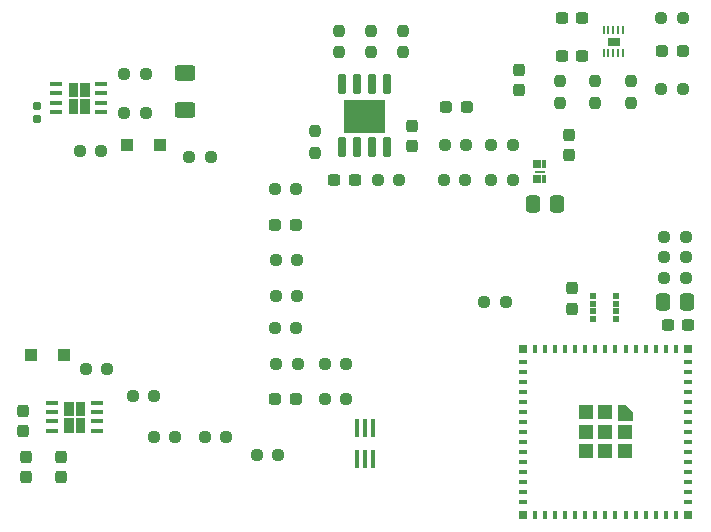
<source format=gtp>
%TF.GenerationSoftware,KiCad,Pcbnew,(6.0.9)*%
%TF.CreationDate,2023-04-25T00:13:10-06:00*%
%TF.ProjectId,WeatherStation,57656174-6865-4725-9374-6174696f6e2e,rev?*%
%TF.SameCoordinates,Original*%
%TF.FileFunction,Paste,Top*%
%TF.FilePolarity,Positive*%
%FSLAX46Y46*%
G04 Gerber Fmt 4.6, Leading zero omitted, Abs format (unit mm)*
G04 Created by KiCad (PCBNEW (6.0.9)) date 2023-04-25 00:13:10*
%MOMM*%
%LPD*%
G01*
G04 APERTURE LIST*
G04 Aperture macros list*
%AMRoundRect*
0 Rectangle with rounded corners*
0 $1 Rounding radius*
0 $2 $3 $4 $5 $6 $7 $8 $9 X,Y pos of 4 corners*
0 Add a 4 corners polygon primitive as box body*
4,1,4,$2,$3,$4,$5,$6,$7,$8,$9,$2,$3,0*
0 Add four circle primitives for the rounded corners*
1,1,$1+$1,$2,$3*
1,1,$1+$1,$4,$5*
1,1,$1+$1,$6,$7*
1,1,$1+$1,$8,$9*
0 Add four rect primitives between the rounded corners*
20,1,$1+$1,$2,$3,$4,$5,0*
20,1,$1+$1,$4,$5,$6,$7,0*
20,1,$1+$1,$6,$7,$8,$9,0*
20,1,$1+$1,$8,$9,$2,$3,0*%
G04 Aperture macros list end*
%ADD10C,0.010000*%
%ADD11R,1.100000X1.100000*%
%ADD12RoundRect,0.237500X-0.250000X-0.237500X0.250000X-0.237500X0.250000X0.237500X-0.250000X0.237500X0*%
%ADD13RoundRect,0.237500X-0.300000X-0.237500X0.300000X-0.237500X0.300000X0.237500X-0.300000X0.237500X0*%
%ADD14RoundRect,0.237500X-0.237500X0.300000X-0.237500X-0.300000X0.237500X-0.300000X0.237500X0.300000X0*%
%ADD15RoundRect,0.237500X0.250000X0.237500X-0.250000X0.237500X-0.250000X-0.237500X0.250000X-0.237500X0*%
%ADD16RoundRect,0.250000X0.337500X0.475000X-0.337500X0.475000X-0.337500X-0.475000X0.337500X-0.475000X0*%
%ADD17RoundRect,0.237500X0.237500X-0.300000X0.237500X0.300000X-0.237500X0.300000X-0.237500X-0.300000X0*%
%ADD18RoundRect,0.237500X0.287500X0.237500X-0.287500X0.237500X-0.287500X-0.237500X0.287500X-0.237500X0*%
%ADD19RoundRect,0.006000X0.094000X-0.319000X0.094000X0.319000X-0.094000X0.319000X-0.094000X-0.319000X0*%
%ADD20RoundRect,0.237500X0.237500X-0.250000X0.237500X0.250000X-0.237500X0.250000X-0.237500X-0.250000X0*%
%ADD21RoundRect,0.155000X-0.155000X0.212500X-0.155000X-0.212500X0.155000X-0.212500X0.155000X0.212500X0*%
%ADD22RoundRect,0.027000X-0.218000X-0.198000X0.218000X-0.198000X0.218000X0.198000X-0.218000X0.198000X0*%
%ADD23RoundRect,0.025600X-0.454400X-0.134400X0.454400X-0.134400X0.454400X0.134400X-0.454400X0.134400X0*%
%ADD24RoundRect,0.025600X0.454400X0.134400X-0.454400X0.134400X-0.454400X-0.134400X0.454400X-0.134400X0*%
%ADD25R,0.400000X1.500000*%
%ADD26RoundRect,0.006000X0.294000X-0.769000X0.294000X0.769000X-0.294000X0.769000X-0.294000X-0.769000X0*%
%ADD27RoundRect,0.237500X0.237500X-0.287500X0.237500X0.287500X-0.237500X0.287500X-0.237500X-0.287500X0*%
%ADD28RoundRect,0.250000X-0.337500X-0.475000X0.337500X-0.475000X0.337500X0.475000X-0.337500X0.475000X0*%
%ADD29RoundRect,0.250000X-0.625000X0.400000X-0.625000X-0.400000X0.625000X-0.400000X0.625000X0.400000X0*%
%ADD30R,0.220000X0.760000*%
%ADD31RoundRect,0.237500X0.300000X0.237500X-0.300000X0.237500X-0.300000X-0.237500X0.300000X-0.237500X0*%
%ADD32R,0.400000X0.800000*%
%ADD33R,0.800000X0.400000*%
%ADD34R,1.200000X1.200000*%
%ADD35R,0.800000X0.800000*%
%ADD36RoundRect,0.237500X-0.237500X0.250000X-0.237500X-0.250000X0.237500X-0.250000X0.237500X0.250000X0*%
G04 APERTURE END LIST*
%TO.C,U2*%
G36*
X177142000Y-106072000D02*
G01*
X176358000Y-106072000D01*
X176358000Y-105928000D01*
X177142000Y-105928000D01*
X177142000Y-106072000D01*
G37*
D10*
X177142000Y-106072000D02*
X176358000Y-106072000D01*
X176358000Y-105928000D01*
X177142000Y-105928000D01*
X177142000Y-106072000D01*
%TO.C,U7*%
G36*
X138242500Y-128005000D02*
G01*
X137512500Y-128005000D01*
X137512500Y-126875000D01*
X138242500Y-126875000D01*
X138242500Y-128005000D01*
G37*
X138242500Y-128005000D02*
X137512500Y-128005000D01*
X137512500Y-126875000D01*
X138242500Y-126875000D01*
X138242500Y-128005000D01*
G36*
X138242500Y-126625000D02*
G01*
X137512500Y-126625000D01*
X137512500Y-125495000D01*
X138242500Y-125495000D01*
X138242500Y-126625000D01*
G37*
X138242500Y-126625000D02*
X137512500Y-126625000D01*
X137512500Y-125495000D01*
X138242500Y-125495000D01*
X138242500Y-126625000D01*
G36*
X137262500Y-128005000D02*
G01*
X136532500Y-128005000D01*
X136532500Y-126875000D01*
X137262500Y-126875000D01*
X137262500Y-128005000D01*
G37*
X137262500Y-128005000D02*
X136532500Y-128005000D01*
X136532500Y-126875000D01*
X137262500Y-126875000D01*
X137262500Y-128005000D01*
G36*
X137262500Y-126625000D02*
G01*
X136532500Y-126625000D01*
X136532500Y-125495000D01*
X137262500Y-125495000D01*
X137262500Y-126625000D01*
G37*
X137262500Y-126625000D02*
X136532500Y-126625000D01*
X136532500Y-125495000D01*
X137262500Y-125495000D01*
X137262500Y-126625000D01*
%TO.C,U1*%
G36*
X163612500Y-102605000D02*
G01*
X160212500Y-102605000D01*
X160212500Y-99895000D01*
X163612500Y-99895000D01*
X163612500Y-102605000D01*
G37*
X163612500Y-102605000D02*
X160212500Y-102605000D01*
X160212500Y-99895000D01*
X163612500Y-99895000D01*
X163612500Y-102605000D01*
%TO.C,U4*%
G36*
X183475000Y-95285000D02*
G01*
X182525000Y-95285000D01*
X182525000Y-94715000D01*
X183475000Y-94715000D01*
X183475000Y-95285000D01*
G37*
X183475000Y-95285000D02*
X182525000Y-95285000D01*
X182525000Y-94715000D01*
X183475000Y-94715000D01*
X183475000Y-95285000D01*
%TO.C,U6*%
G36*
X138605000Y-101005000D02*
G01*
X137875000Y-101005000D01*
X137875000Y-99875000D01*
X138605000Y-99875000D01*
X138605000Y-101005000D01*
G37*
X138605000Y-101005000D02*
X137875000Y-101005000D01*
X137875000Y-99875000D01*
X138605000Y-99875000D01*
X138605000Y-101005000D01*
G36*
X137625000Y-99625000D02*
G01*
X136895000Y-99625000D01*
X136895000Y-98495000D01*
X137625000Y-98495000D01*
X137625000Y-99625000D01*
G37*
X137625000Y-99625000D02*
X136895000Y-99625000D01*
X136895000Y-98495000D01*
X137625000Y-98495000D01*
X137625000Y-99625000D01*
G36*
X137625000Y-101005000D02*
G01*
X136895000Y-101005000D01*
X136895000Y-99875000D01*
X137625000Y-99875000D01*
X137625000Y-101005000D01*
G37*
X137625000Y-101005000D02*
X136895000Y-101005000D01*
X136895000Y-99875000D01*
X137625000Y-99875000D01*
X137625000Y-101005000D01*
G36*
X138605000Y-99625000D02*
G01*
X137875000Y-99625000D01*
X137875000Y-98495000D01*
X138605000Y-98495000D01*
X138605000Y-99625000D01*
G37*
X138605000Y-99625000D02*
X137875000Y-99625000D01*
X137875000Y-98495000D01*
X138605000Y-98495000D01*
X138605000Y-99625000D01*
%TO.C,U3*%
G36*
X184600000Y-126387500D02*
G01*
X184600000Y-126987500D01*
X183400000Y-126987500D01*
X183400000Y-125787500D01*
X184000000Y-125787500D01*
X184600000Y-126387500D01*
G37*
X184600000Y-126387500D02*
X184600000Y-126987500D01*
X183400000Y-126987500D01*
X183400000Y-125787500D01*
X184000000Y-125787500D01*
X184600000Y-126387500D01*
%TD*%
D11*
%TO.C,D6*%
X144650000Y-103750000D03*
X141850000Y-103750000D03*
%TD*%
%TO.C,D7*%
X136500000Y-121500000D03*
X133700000Y-121500000D03*
%TD*%
D12*
%TO.C,R34*%
X148425000Y-128500000D03*
X150250000Y-128500000D03*
%TD*%
D13*
%TO.C,C4*%
X178637500Y-96250000D03*
X180362500Y-96250000D03*
%TD*%
D12*
%TO.C,R30*%
X137837500Y-104250000D03*
X139662500Y-104250000D03*
%TD*%
D14*
%TO.C,C12*%
X179500000Y-115887500D03*
X179500000Y-117612500D03*
%TD*%
D15*
%TO.C,R25*%
X156162500Y-119250000D03*
X154337500Y-119250000D03*
%TD*%
D13*
%TO.C,C5*%
X178637500Y-93000000D03*
X180362500Y-93000000D03*
%TD*%
D16*
%TO.C,C2*%
X189287500Y-117000000D03*
X187212500Y-117000000D03*
%TD*%
D17*
%TO.C,C17*%
X133000000Y-128000000D03*
X133000000Y-126275000D03*
%TD*%
D15*
%TO.C,R33*%
X145912500Y-128500000D03*
X144087500Y-128500000D03*
%TD*%
D18*
%TO.C,Wind1*%
X156125000Y-110500000D03*
X154375000Y-110500000D03*
%TD*%
D13*
%TO.C,C7*%
X159387500Y-106750000D03*
X161112500Y-106750000D03*
%TD*%
D19*
%TO.C,U2*%
X176350000Y-106625000D03*
X176750000Y-106625000D03*
X177150000Y-106625000D03*
X177150000Y-105375000D03*
X176750000Y-105375000D03*
X176350000Y-105375000D03*
%TD*%
D20*
%TO.C,R4*%
X178500000Y-100162500D03*
X178500000Y-98337500D03*
%TD*%
D12*
%TO.C,R9*%
X187337500Y-111500000D03*
X189162500Y-111500000D03*
%TD*%
D15*
%TO.C,R19*%
X156325000Y-122250000D03*
X154500000Y-122250000D03*
%TD*%
%TO.C,R16*%
X160412500Y-125250000D03*
X158587500Y-125250000D03*
%TD*%
%TO.C,R28*%
X156162500Y-107500000D03*
X154337500Y-107500000D03*
%TD*%
%TO.C,R35*%
X140162500Y-122750000D03*
X138337500Y-122750000D03*
%TD*%
D12*
%TO.C,R18*%
X172662500Y-103750000D03*
X174487500Y-103750000D03*
%TD*%
D15*
%TO.C,R1*%
X170575000Y-103750000D03*
X168750000Y-103750000D03*
%TD*%
D21*
%TO.C,C16*%
X134250000Y-100432500D03*
X134250000Y-101567500D03*
%TD*%
D15*
%TO.C,R23*%
X189162500Y-115000000D03*
X187337500Y-115000000D03*
%TD*%
D18*
%TO.C,Main1*%
X156125000Y-125250000D03*
X154375000Y-125250000D03*
%TD*%
%TO.C,Short1*%
X170625000Y-100500000D03*
X168875000Y-100500000D03*
%TD*%
D12*
%TO.C,R27*%
X147087500Y-104750000D03*
X148912500Y-104750000D03*
%TD*%
D18*
%TO.C,First1*%
X188875000Y-95750000D03*
X187125000Y-95750000D03*
%TD*%
D20*
%TO.C,R14*%
X159750000Y-95912500D03*
X159750000Y-94087500D03*
%TD*%
D12*
%TO.C,R36*%
X142337500Y-125000000D03*
X144162500Y-125000000D03*
%TD*%
D15*
%TO.C,R10*%
X164912500Y-106750000D03*
X163087500Y-106750000D03*
%TD*%
D22*
%TO.C,U5*%
X183220000Y-116525000D03*
X183220000Y-117175000D03*
X183220000Y-117825000D03*
X183220000Y-118475000D03*
X181280000Y-118475000D03*
X181280000Y-117825000D03*
X181280000Y-117175000D03*
X181280000Y-116525000D03*
%TD*%
D15*
%TO.C,R6*%
X188912500Y-93000000D03*
X187087500Y-93000000D03*
%TD*%
D17*
%TO.C,C11*%
X179250000Y-104612500D03*
X179250000Y-102887500D03*
%TD*%
D23*
%TO.C,U7*%
X135502500Y-125550000D03*
X135502500Y-126350000D03*
X135502500Y-127150000D03*
X135502500Y-127950000D03*
D24*
X139272500Y-127950000D03*
X139272500Y-127150000D03*
X139272500Y-126350000D03*
X139272500Y-125550000D03*
%TD*%
D17*
%TO.C,C10*%
X136250000Y-131855000D03*
X136250000Y-130130000D03*
%TD*%
D25*
%TO.C,U8*%
X161350000Y-130330000D03*
X162000000Y-130330000D03*
X162650000Y-130330000D03*
X162650000Y-127670000D03*
X162000000Y-127670000D03*
X161350000Y-127670000D03*
%TD*%
D17*
%TO.C,C6*%
X166000000Y-103862500D03*
X166000000Y-102137500D03*
%TD*%
D26*
%TO.C,U1*%
X160007500Y-103950000D03*
X161277500Y-103950000D03*
X162547500Y-103950000D03*
X163817500Y-103950000D03*
X163817500Y-98550000D03*
X162547500Y-98550000D03*
X161277500Y-98550000D03*
X160007500Y-98550000D03*
%TD*%
D27*
%TO.C,Charging1*%
X175000000Y-99125000D03*
X175000000Y-97375000D03*
%TD*%
D28*
%TO.C,C8*%
X176175000Y-108750000D03*
X178250000Y-108750000D03*
%TD*%
D20*
%TO.C,R8*%
X181500000Y-100162500D03*
X181500000Y-98337500D03*
%TD*%
D15*
%TO.C,R7*%
X188912500Y-99000000D03*
X187087500Y-99000000D03*
%TD*%
D29*
%TO.C,R32*%
X146750000Y-97650000D03*
X146750000Y-100750000D03*
%TD*%
D15*
%TO.C,R22*%
X189162500Y-113250000D03*
X187337500Y-113250000D03*
%TD*%
D30*
%TO.C,U4*%
X182200000Y-95985000D03*
X182600000Y-95985000D03*
X183000000Y-95985000D03*
X183400000Y-95985000D03*
X183800000Y-95985000D03*
X183800000Y-94015000D03*
X183400000Y-94015000D03*
X183000000Y-94015000D03*
X182600000Y-94015000D03*
X182200000Y-94015000D03*
%TD*%
D20*
%TO.C,R13*%
X162500000Y-95912500D03*
X162500000Y-94087500D03*
%TD*%
D31*
%TO.C,C3*%
X189362500Y-119000000D03*
X187637500Y-119000000D03*
%TD*%
D14*
%TO.C,C1*%
X133250000Y-130130000D03*
X133250000Y-131855000D03*
%TD*%
D12*
%TO.C,R29*%
X141587500Y-101000000D03*
X143412500Y-101000000D03*
%TD*%
D23*
%TO.C,U6*%
X135865000Y-98550000D03*
X135865000Y-99350000D03*
X135865000Y-100150000D03*
X135865000Y-100950000D03*
D24*
X139635000Y-100950000D03*
X139635000Y-100150000D03*
X139635000Y-99350000D03*
X139635000Y-98550000D03*
%TD*%
D20*
%TO.C,R5*%
X184500000Y-100162500D03*
X184500000Y-98337500D03*
%TD*%
D32*
%TO.C,U3*%
X188300000Y-121037500D03*
X187450000Y-121037500D03*
X186600000Y-121037500D03*
X185750000Y-121037500D03*
X184900000Y-121037500D03*
X184050000Y-121037500D03*
X183200000Y-121037500D03*
X182350000Y-121037500D03*
X181500000Y-121037500D03*
X180650000Y-121037500D03*
X179800000Y-121037500D03*
X178950000Y-121037500D03*
X178100000Y-121037500D03*
X177250000Y-121037500D03*
X176400000Y-121037500D03*
D33*
X175350000Y-122087500D03*
X175350000Y-122937500D03*
X175350000Y-123787500D03*
X175350000Y-124637500D03*
X175350000Y-125487500D03*
X175350000Y-126337500D03*
X175350000Y-127187500D03*
X175350000Y-128037500D03*
X175350000Y-128887500D03*
X175350000Y-129737500D03*
X175350000Y-130587500D03*
X175350000Y-131437500D03*
X175350000Y-132287500D03*
X175350000Y-133137500D03*
X175350000Y-133987500D03*
D32*
X176400000Y-135037500D03*
X177250000Y-135037500D03*
X178100000Y-135037500D03*
X178950000Y-135037500D03*
X179800000Y-135037500D03*
X180650000Y-135037500D03*
X181500000Y-135037500D03*
X182350000Y-135037500D03*
X183200000Y-135037500D03*
X184050000Y-135037500D03*
X184900000Y-135037500D03*
X185750000Y-135037500D03*
X186600000Y-135037500D03*
X187450000Y-135037500D03*
X188300000Y-135037500D03*
D33*
X189350000Y-133987500D03*
X189350000Y-133137500D03*
X189350000Y-132287500D03*
X189350000Y-131437500D03*
X189350000Y-130587500D03*
X189350000Y-129737500D03*
X189350000Y-128887500D03*
X189350000Y-128037500D03*
X189350000Y-127187500D03*
X189350000Y-126337500D03*
X189350000Y-125487500D03*
X189350000Y-124637500D03*
X189350000Y-123787500D03*
X189350000Y-122937500D03*
X189350000Y-122087500D03*
D34*
X182350000Y-128037500D03*
X182350000Y-126387500D03*
X180700000Y-126387500D03*
X180700000Y-128037500D03*
X180700000Y-129687500D03*
X182350000Y-129687500D03*
X184000000Y-129687500D03*
X184000000Y-128037500D03*
D35*
X189350000Y-121037500D03*
X175350000Y-121037500D03*
X175350000Y-135037500D03*
X189350000Y-135037500D03*
%TD*%
D12*
%TO.C,R2*%
X152837500Y-130000000D03*
X154662500Y-130000000D03*
%TD*%
D15*
%TO.C,R21*%
X173912500Y-117000000D03*
X172087500Y-117000000D03*
%TD*%
D36*
%TO.C,R11*%
X157750000Y-102587500D03*
X157750000Y-104412500D03*
%TD*%
D15*
%TO.C,R26*%
X156250000Y-113500000D03*
X154425000Y-113500000D03*
%TD*%
%TO.C,R31*%
X143412500Y-97750000D03*
X141587500Y-97750000D03*
%TD*%
%TO.C,R24*%
X156250000Y-116500000D03*
X154425000Y-116500000D03*
%TD*%
%TO.C,R20*%
X174487500Y-106750000D03*
X172662500Y-106750000D03*
%TD*%
D20*
%TO.C,R12*%
X165250000Y-95912500D03*
X165250000Y-94087500D03*
%TD*%
D12*
%TO.C,R17*%
X168662500Y-106750000D03*
X170487500Y-106750000D03*
%TD*%
%TO.C,R3*%
X158587500Y-122250000D03*
X160412500Y-122250000D03*
%TD*%
M02*

</source>
